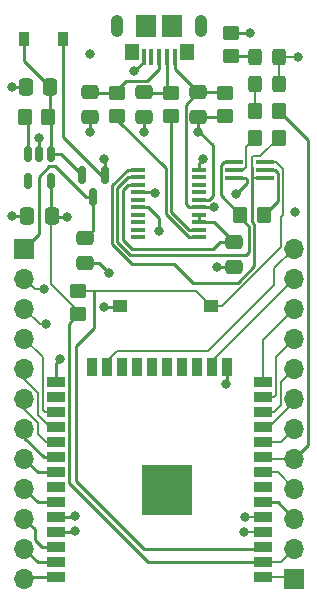
<source format=gtl>
G04 #@! TF.GenerationSoftware,KiCad,Pcbnew,(6.0.10)*
G04 #@! TF.CreationDate,2023-06-12T15:34:30-04:00*
G04 #@! TF.ProjectId,esp32_dev_board,65737033-325f-4646-9576-5f626f617264,rev?*
G04 #@! TF.SameCoordinates,Original*
G04 #@! TF.FileFunction,Copper,L1,Top*
G04 #@! TF.FilePolarity,Positive*
%FSLAX46Y46*%
G04 Gerber Fmt 4.6, Leading zero omitted, Abs format (unit mm)*
G04 Created by KiCad (PCBNEW (6.0.10)) date 2023-06-12 15:34:30*
%MOMM*%
%LPD*%
G01*
G04 APERTURE LIST*
G04 Aperture macros list*
%AMRoundRect*
0 Rectangle with rounded corners*
0 $1 Rounding radius*
0 $2 $3 $4 $5 $6 $7 $8 $9 X,Y pos of 4 corners*
0 Add a 4 corners polygon primitive as box body*
4,1,4,$2,$3,$4,$5,$6,$7,$8,$9,$2,$3,0*
0 Add four circle primitives for the rounded corners*
1,1,$1+$1,$2,$3*
1,1,$1+$1,$4,$5*
1,1,$1+$1,$6,$7*
1,1,$1+$1,$8,$9*
0 Add four rect primitives between the rounded corners*
20,1,$1+$1,$2,$3,$4,$5,0*
20,1,$1+$1,$4,$5,$6,$7,0*
20,1,$1+$1,$6,$7,$8,$9,0*
20,1,$1+$1,$8,$9,$2,$3,0*%
G04 Aperture macros list end*
G04 #@! TA.AperFunction,SMDPad,CuDef*
%ADD10RoundRect,0.250000X-0.475000X0.337500X-0.475000X-0.337500X0.475000X-0.337500X0.475000X0.337500X0*%
G04 #@! TD*
G04 #@! TA.AperFunction,SMDPad,CuDef*
%ADD11RoundRect,0.250000X0.325000X0.450000X-0.325000X0.450000X-0.325000X-0.450000X0.325000X-0.450000X0*%
G04 #@! TD*
G04 #@! TA.AperFunction,ComponentPad*
%ADD12R,1.700000X1.700000*%
G04 #@! TD*
G04 #@! TA.AperFunction,ComponentPad*
%ADD13O,1.700000X1.700000*%
G04 #@! TD*
G04 #@! TA.AperFunction,SMDPad,CuDef*
%ADD14RoundRect,0.250000X0.450000X-0.350000X0.450000X0.350000X-0.450000X0.350000X-0.450000X-0.350000X0*%
G04 #@! TD*
G04 #@! TA.AperFunction,SMDPad,CuDef*
%ADD15R,1.500000X0.900000*%
G04 #@! TD*
G04 #@! TA.AperFunction,SMDPad,CuDef*
%ADD16R,0.900000X1.500000*%
G04 #@! TD*
G04 #@! TA.AperFunction,SMDPad,CuDef*
%ADD17R,1.050000X1.050000*%
G04 #@! TD*
G04 #@! TA.AperFunction,SMDPad,CuDef*
%ADD18R,4.200000X4.200000*%
G04 #@! TD*
G04 #@! TA.AperFunction,SMDPad,CuDef*
%ADD19R,1.500000X0.400000*%
G04 #@! TD*
G04 #@! TA.AperFunction,SMDPad,CuDef*
%ADD20RoundRect,0.250000X-0.350000X-0.450000X0.350000X-0.450000X0.350000X0.450000X-0.350000X0.450000X0*%
G04 #@! TD*
G04 #@! TA.AperFunction,SMDPad,CuDef*
%ADD21RoundRect,0.250000X0.350000X0.450000X-0.350000X0.450000X-0.350000X-0.450000X0.350000X-0.450000X0*%
G04 #@! TD*
G04 #@! TA.AperFunction,SMDPad,CuDef*
%ADD22RoundRect,0.150000X-0.150000X0.512500X-0.150000X-0.512500X0.150000X-0.512500X0.150000X0.512500X0*%
G04 #@! TD*
G04 #@! TA.AperFunction,SMDPad,CuDef*
%ADD23RoundRect,0.250000X0.337500X0.475000X-0.337500X0.475000X-0.337500X-0.475000X0.337500X-0.475000X0*%
G04 #@! TD*
G04 #@! TA.AperFunction,SMDPad,CuDef*
%ADD24R,0.400000X1.400000*%
G04 #@! TD*
G04 #@! TA.AperFunction,SMDPad,CuDef*
%ADD25R,1.750000X1.900000*%
G04 #@! TD*
G04 #@! TA.AperFunction,ComponentPad*
%ADD26O,1.050000X1.900000*%
G04 #@! TD*
G04 #@! TA.AperFunction,SMDPad,CuDef*
%ADD27R,1.150000X1.450000*%
G04 #@! TD*
G04 #@! TA.AperFunction,SMDPad,CuDef*
%ADD28RoundRect,0.150000X-0.150000X0.587500X-0.150000X-0.587500X0.150000X-0.587500X0.150000X0.587500X0*%
G04 #@! TD*
G04 #@! TA.AperFunction,SMDPad,CuDef*
%ADD29R,0.900000X1.200000*%
G04 #@! TD*
G04 #@! TA.AperFunction,SMDPad,CuDef*
%ADD30RoundRect,0.250000X-0.450000X0.350000X-0.450000X-0.350000X0.450000X-0.350000X0.450000X0.350000X0*%
G04 #@! TD*
G04 #@! TA.AperFunction,SMDPad,CuDef*
%ADD31R,1.200000X0.400000*%
G04 #@! TD*
G04 #@! TA.AperFunction,SMDPad,CuDef*
%ADD32R,1.250000X1.000000*%
G04 #@! TD*
G04 #@! TA.AperFunction,ViaPad*
%ADD33C,0.800000*%
G04 #@! TD*
G04 #@! TA.AperFunction,Conductor*
%ADD34C,0.250000*%
G04 #@! TD*
G04 #@! TA.AperFunction,Conductor*
%ADD35C,0.203200*%
G04 #@! TD*
G04 APERTURE END LIST*
D10*
X172208000Y-95990500D03*
X172208000Y-98065500D03*
D11*
X179070000Y-92964000D03*
X177020000Y-92964000D03*
D12*
X157480000Y-109220000D03*
D13*
X157480000Y-111760000D03*
X157480000Y-114300000D03*
X157480000Y-116840000D03*
X157480000Y-119380000D03*
X157480000Y-121920000D03*
X157480000Y-124460000D03*
X157480000Y-127000000D03*
X157480000Y-129540000D03*
X157480000Y-132080000D03*
X157480000Y-134620000D03*
X157480000Y-137160000D03*
D10*
X175260000Y-108690500D03*
X175260000Y-110765500D03*
X163068000Y-95990500D03*
X163068000Y-98065500D03*
X167640000Y-95990500D03*
X167640000Y-98065500D03*
D14*
X169926000Y-98028000D03*
X169926000Y-96028000D03*
X175006000Y-92948000D03*
X175006000Y-90948000D03*
D10*
X162660000Y-108352500D03*
X162660000Y-110427500D03*
D15*
X177660000Y-137013800D03*
X177660000Y-135743800D03*
X177660000Y-134473800D03*
X177660000Y-133203800D03*
X177660000Y-131933800D03*
X177660000Y-130663800D03*
X177660000Y-129393800D03*
X177660000Y-128123800D03*
X177660000Y-126853800D03*
X177660000Y-125583800D03*
X177660000Y-124313800D03*
X177660000Y-123043800D03*
X177660000Y-121773800D03*
X177660000Y-120503800D03*
D16*
X174620000Y-119253800D03*
X173350000Y-119253800D03*
X172080000Y-119253800D03*
X170810000Y-119253800D03*
X169540000Y-119253800D03*
X168270000Y-119253800D03*
X167000000Y-119253800D03*
X165730000Y-119253800D03*
X164460000Y-119253800D03*
X163190000Y-119253800D03*
D15*
X160160000Y-120503800D03*
X160160000Y-121773800D03*
X160160000Y-123043800D03*
X160160000Y-124313800D03*
X160160000Y-125583800D03*
X160160000Y-126853800D03*
X160160000Y-128123800D03*
X160160000Y-129393800D03*
X160160000Y-130663800D03*
X160160000Y-131933800D03*
X160160000Y-133203800D03*
X160160000Y-134473800D03*
X160160000Y-135743800D03*
X160160000Y-137013800D03*
D17*
X169590000Y-128148800D03*
X168065000Y-129673800D03*
X171115000Y-128148800D03*
X171115000Y-131198800D03*
X171115000Y-129673800D03*
D18*
X169590000Y-129673800D03*
D17*
X168065000Y-128148800D03*
X168065000Y-131198800D03*
X169590000Y-129673800D03*
X169590000Y-131198800D03*
D19*
X175200000Y-101913413D03*
X175200000Y-102563413D03*
X175200000Y-103213413D03*
X177860000Y-103213413D03*
X177860000Y-102563413D03*
X177860000Y-101913413D03*
D20*
X157512000Y-98044000D03*
X159512000Y-98044000D03*
D14*
X165354000Y-98028000D03*
X165354000Y-96028000D03*
D20*
X177054000Y-97536000D03*
X179054000Y-97536000D03*
D14*
X162052000Y-114792000D03*
X162052000Y-112792000D03*
D21*
X179054000Y-99822000D03*
X177054000Y-99822000D03*
D22*
X159700000Y-101224500D03*
X158750000Y-101224500D03*
X157800000Y-101224500D03*
X157800000Y-103499500D03*
X159700000Y-103499500D03*
D23*
X159660500Y-95580200D03*
X157585500Y-95580200D03*
D24*
X170200000Y-93000000D03*
X169550000Y-93000000D03*
X168900000Y-93000000D03*
X168250000Y-93000000D03*
X167600000Y-93000000D03*
D25*
X170025000Y-90350000D03*
X167775000Y-90350000D03*
D26*
X172475000Y-90350000D03*
X165325000Y-90350000D03*
D27*
X171220000Y-92580000D03*
X166580000Y-92580000D03*
D28*
X164272000Y-102999300D03*
X162372000Y-102999300D03*
X163322000Y-104874300D03*
D29*
X157430200Y-91490800D03*
X160730200Y-91490800D03*
D12*
X180340000Y-137160000D03*
D13*
X180340000Y-134620000D03*
X180340000Y-132080000D03*
X180340000Y-129540000D03*
X180340000Y-127000000D03*
X180340000Y-124460000D03*
X180340000Y-121920000D03*
X180340000Y-119380000D03*
X180340000Y-116840000D03*
X180340000Y-114300000D03*
X180340000Y-111760000D03*
X180340000Y-109220000D03*
D23*
X159787500Y-106426000D03*
X157712500Y-106426000D03*
D11*
X179079000Y-95250000D03*
X177029000Y-95250000D03*
D20*
X175784000Y-106373413D03*
X177784000Y-106373413D03*
D30*
X174498000Y-96028000D03*
X174498000Y-98028000D03*
D31*
X167072000Y-102552500D03*
X167072000Y-103187500D03*
X167072000Y-103822500D03*
X167072000Y-104457500D03*
X167072000Y-105092500D03*
X167072000Y-105727500D03*
X167072000Y-106362500D03*
X167072000Y-106997500D03*
X167072000Y-107632500D03*
X167072000Y-108267500D03*
X172272000Y-108267500D03*
X172272000Y-107632500D03*
X172272000Y-106997500D03*
X172272000Y-106362500D03*
X172272000Y-105727500D03*
X172272000Y-105092500D03*
X172272000Y-104457500D03*
X172272000Y-103822500D03*
X172272000Y-103187500D03*
X172272000Y-102552500D03*
D32*
X165543000Y-114046000D03*
X173293000Y-114046000D03*
D33*
X168070000Y-130430000D03*
X158750000Y-99822000D03*
X173812200Y-110769400D03*
X168080000Y-128910000D03*
X168830000Y-128160000D03*
X164690000Y-111290000D03*
X163068000Y-99314000D03*
X164211000Y-114147600D03*
X180390800Y-106121200D03*
X180619400Y-92989400D03*
X166800000Y-94200000D03*
X163068000Y-92760800D03*
X174599600Y-120700800D03*
X170360000Y-131200000D03*
X168830000Y-131200000D03*
X169580000Y-130440000D03*
X156464000Y-106426000D03*
X171043600Y-128879600D03*
X170360000Y-128140000D03*
X170350000Y-129670000D03*
X172212000Y-99314000D03*
X169590000Y-128910000D03*
X156464000Y-95504000D03*
X167640000Y-99314000D03*
X171110000Y-130430000D03*
X168830000Y-129670000D03*
X168859200Y-107696000D03*
X176606200Y-90957400D03*
X161137600Y-106578400D03*
X164261800Y-101650800D03*
X173532800Y-105714800D03*
X159181800Y-112649000D03*
X176174400Y-131927600D03*
X159359600Y-115595400D03*
X176098200Y-133197600D03*
X175412400Y-104622600D03*
X160467100Y-118567200D03*
X172650000Y-101600000D03*
X161772600Y-131902200D03*
X161772600Y-133146800D03*
X168525000Y-104550000D03*
D34*
X160597200Y-101224500D02*
X162372000Y-102999300D01*
X159700000Y-98232000D02*
X159700000Y-101224500D01*
X159660500Y-95580200D02*
X159660500Y-97895500D01*
X159660500Y-97895500D02*
X159512000Y-98044000D01*
X159512000Y-98044000D02*
X159700000Y-98232000D01*
X159700000Y-101224500D02*
X160597200Y-101224500D01*
X157430200Y-91490800D02*
X157430200Y-93349900D01*
X157430200Y-93349900D02*
X159660500Y-95580200D01*
X172272000Y-105092500D02*
X173122000Y-105092500D01*
X156540200Y-95580200D02*
X156464000Y-95504000D01*
X172208000Y-99310000D02*
X172212000Y-99314000D01*
X167922000Y-105727500D02*
X168859200Y-106664700D01*
X167072000Y-105727500D02*
X167922000Y-105727500D01*
D35*
X179095400Y-92989400D02*
X179070000Y-92964000D01*
D34*
X164211000Y-114147600D02*
X165441400Y-114147600D01*
X157712500Y-106426000D02*
X156464000Y-106426000D01*
X166800000Y-94200000D02*
X167600000Y-93400000D01*
X165441400Y-114147600D02*
X165543000Y-114046000D01*
X163068000Y-98065500D02*
X163068000Y-99314000D01*
D35*
X180619400Y-92989400D02*
X179095400Y-92989400D01*
D34*
X168859200Y-106664700D02*
X168859200Y-107696000D01*
X172313600Y-99314000D02*
X172212000Y-99314000D01*
X158750000Y-101224500D02*
X158750000Y-99822000D01*
X172208000Y-98065500D02*
X172208000Y-99310000D01*
X167600000Y-93400000D02*
X167600000Y-93000000D01*
X162660000Y-110427500D02*
X163827500Y-110427500D01*
D35*
X179079000Y-95250000D02*
X179079000Y-92973000D01*
D34*
X173431200Y-100431600D02*
X172313600Y-99314000D01*
X174620000Y-120680400D02*
X174599600Y-120700800D01*
X174460500Y-98065500D02*
X174498000Y-98028000D01*
X157626200Y-137013800D02*
X157480000Y-137160000D01*
X157585500Y-95580200D02*
X156540200Y-95580200D01*
D35*
X177660000Y-137013800D02*
X180193800Y-137013800D01*
D34*
X160160000Y-137013800D02*
X157626200Y-137013800D01*
X172208000Y-98065500D02*
X174460500Y-98065500D01*
D35*
X180193800Y-137013800D02*
X180340000Y-137160000D01*
D34*
X175256100Y-110769400D02*
X175260000Y-110765500D01*
X173122000Y-105092500D02*
X173431200Y-104783300D01*
X163827500Y-110427500D02*
X164690000Y-111290000D01*
X173812200Y-110769400D02*
X175256100Y-110769400D01*
X174620000Y-119253800D02*
X174620000Y-120680400D01*
X173431200Y-104783300D02*
X173431200Y-100431600D01*
D35*
X179079000Y-92973000D02*
X179070000Y-92964000D01*
D34*
X167640000Y-98065500D02*
X167640000Y-99314000D01*
D35*
X177660000Y-135743800D02*
X179216200Y-135743800D01*
D34*
X159939900Y-106578400D02*
X159787500Y-106426000D01*
X159700000Y-103499500D02*
X159700000Y-106338500D01*
D35*
X159766000Y-112240987D02*
X162052000Y-114526987D01*
X162052000Y-114526987D02*
X162052000Y-114792000D01*
X159766000Y-106447500D02*
X159766000Y-112240987D01*
D34*
X162052000Y-114792000D02*
X161264600Y-115579400D01*
X159700000Y-106338500D02*
X159787500Y-106426000D01*
X167951000Y-135743800D02*
X177660000Y-135743800D01*
X176596800Y-90948000D02*
X176606200Y-90957400D01*
D35*
X179216200Y-135743800D02*
X180340000Y-134620000D01*
D34*
X161264600Y-129057400D02*
X167951000Y-135743800D01*
X161137600Y-106578400D02*
X159939900Y-106578400D01*
D35*
X159787500Y-106426000D02*
X159766000Y-106447500D01*
D34*
X175006000Y-90948000D02*
X176596800Y-90948000D01*
X161264600Y-115579400D02*
X161264600Y-129057400D01*
X173520100Y-105727500D02*
X173532800Y-105714800D01*
X164272000Y-102999300D02*
X163959300Y-102999300D01*
X163959300Y-102999300D02*
X160730200Y-99770200D01*
X174460500Y-95990500D02*
X174498000Y-96028000D01*
X164272000Y-102999300D02*
X164272000Y-101661000D01*
X160730200Y-99770200D02*
X160730200Y-91490800D01*
X164272000Y-101661000D02*
X164261800Y-101650800D01*
X171422000Y-105727500D02*
X171158000Y-105463500D01*
X171158000Y-105463500D02*
X171158000Y-97040500D01*
X172272000Y-105727500D02*
X173520100Y-105727500D01*
X171158000Y-97040500D02*
X172208000Y-95990500D01*
X172208000Y-95990500D02*
X174460500Y-95990500D01*
X170200000Y-93982500D02*
X170200000Y-93000000D01*
X172208000Y-95990500D02*
X170200000Y-93982500D01*
X172272000Y-105727500D02*
X171422000Y-105727500D01*
X169926000Y-96028000D02*
X167677500Y-96028000D01*
X167677500Y-96028000D02*
X167640000Y-95990500D01*
X169550000Y-95652000D02*
X169926000Y-96028000D01*
X169550000Y-93000000D02*
X169550000Y-95652000D01*
X168900000Y-93000000D02*
X168900000Y-93990000D01*
X165354000Y-96028000D02*
X163105500Y-96028000D01*
X166116000Y-94996000D02*
X165354000Y-95758000D01*
X168900000Y-93990000D02*
X167894000Y-94996000D01*
X167894000Y-94996000D02*
X166116000Y-94996000D01*
X165354000Y-95758000D02*
X165354000Y-96028000D01*
X163105500Y-96028000D02*
X163068000Y-95990500D01*
X172272000Y-106997500D02*
X173567000Y-106997500D01*
X166257000Y-103822500D02*
X167072000Y-103822500D01*
X165862000Y-104217500D02*
X166257000Y-103822500D01*
X174011500Y-108690500D02*
X173482000Y-109220000D01*
X165862000Y-108507500D02*
X165862000Y-104217500D01*
X173567000Y-106997500D02*
X175260000Y-108690500D01*
X175260000Y-108690500D02*
X174011500Y-108690500D01*
X172272000Y-106362500D02*
X172272000Y-106997500D01*
X173482000Y-109220000D02*
X166574500Y-109220000D01*
X166574500Y-109220000D02*
X165862000Y-108507500D01*
X175006000Y-92948000D02*
X177004000Y-92948000D01*
X177004000Y-92948000D02*
X177020000Y-92964000D01*
D35*
X177029000Y-95250000D02*
X177029000Y-97511000D01*
X177029000Y-97511000D02*
X177054000Y-97536000D01*
D34*
X158699200Y-103166049D02*
X158699200Y-108000800D01*
X159604849Y-102260400D02*
X158699200Y-103166049D01*
X160095151Y-102260400D02*
X159604849Y-102260400D01*
X163322000Y-104874300D02*
X162709051Y-104874300D01*
X158699200Y-108000800D02*
X157480000Y-109220000D01*
X163322000Y-107690500D02*
X162660000Y-108352500D01*
X162709051Y-104874300D02*
X160095151Y-102260400D01*
X163322000Y-104874300D02*
X163322000Y-107690500D01*
D35*
X177660000Y-124313800D02*
X178174800Y-124313800D01*
X178174800Y-124313800D02*
X179857400Y-122631200D01*
X180340000Y-124460000D02*
X179216200Y-125583800D01*
X179216200Y-125583800D02*
X177660000Y-125583800D01*
D34*
X160160000Y-126853800D02*
X159111800Y-126853800D01*
X157480000Y-125222000D02*
X157480000Y-124460000D01*
X159111800Y-126853800D02*
X157480000Y-125222000D01*
X160160000Y-128123800D02*
X158603800Y-128123800D01*
X158603800Y-128123800D02*
X157480000Y-127000000D01*
D35*
X159278391Y-125583800D02*
X160160000Y-125583800D01*
X158631600Y-123982991D02*
X157480000Y-122831391D01*
X158631600Y-124937009D02*
X158631600Y-123982991D01*
X158631600Y-124937009D02*
X159278391Y-125583800D01*
X157480000Y-122831391D02*
X157480000Y-121920000D01*
D34*
X158379701Y-132979701D02*
X157480000Y-132080000D01*
X158379701Y-133858000D02*
X158379701Y-132979701D01*
X160160000Y-134473800D02*
X158995501Y-134473800D01*
X158995501Y-134473800D02*
X158379701Y-133858000D01*
X157480000Y-134620000D02*
X158603800Y-135743800D01*
X158603800Y-135743800D02*
X160160000Y-135743800D01*
D35*
X159034800Y-122871800D02*
X159034800Y-118394800D01*
X159034800Y-118394800D02*
X157480000Y-116840000D01*
X160160000Y-123043800D02*
X159206800Y-123043800D01*
X159206800Y-123043800D02*
X159034800Y-122871800D01*
X160160000Y-124313800D02*
X159626800Y-124313800D01*
X157480000Y-120291391D02*
X157480000Y-119380000D01*
X158631600Y-123318600D02*
X158631600Y-121442991D01*
X159626800Y-124313800D02*
X158631600Y-123318600D01*
X158631600Y-121442991D02*
X157480000Y-120291391D01*
X164460000Y-118720600D02*
X165299200Y-117881400D01*
X178663600Y-110896400D02*
X180340000Y-109220000D01*
X165299200Y-117881400D02*
X173050200Y-117881400D01*
X173050200Y-117881400D02*
X178663600Y-112268000D01*
X178663600Y-112268000D02*
X178663600Y-110896400D01*
X164460000Y-119253800D02*
X164460000Y-118720600D01*
X178613200Y-121773800D02*
X178785200Y-121601800D01*
X178785200Y-121601800D02*
X178785200Y-118394800D01*
X177660000Y-121773800D02*
X178613200Y-121773800D01*
X178785200Y-118394800D02*
X180340000Y-116840000D01*
X173350000Y-118750000D02*
X180340000Y-111760000D01*
X173350000Y-119253800D02*
X173350000Y-118750000D01*
X177660000Y-116980000D02*
X180340000Y-114300000D01*
X177660000Y-120503800D02*
X177660000Y-116980000D01*
D34*
X160160000Y-130663800D02*
X158603800Y-130663800D01*
X158603800Y-130663800D02*
X157480000Y-129540000D01*
D35*
X179188400Y-122468600D02*
X179188400Y-120531600D01*
X178613200Y-123043800D02*
X179188400Y-122468600D01*
X177660000Y-123043800D02*
X178613200Y-123043800D01*
X179188400Y-120531600D02*
X180340000Y-119380000D01*
X180340000Y-129540000D02*
X178923800Y-128123800D01*
X178923800Y-128123800D02*
X177660000Y-128123800D01*
X180340000Y-127000000D02*
X177806200Y-127000000D01*
D34*
X179054000Y-97536000D02*
X181515000Y-99997000D01*
X181515000Y-99997000D02*
X181515000Y-125825000D01*
D35*
X177806200Y-127000000D02*
X177660000Y-126853800D01*
D34*
X181515000Y-125825000D02*
X180340000Y-127000000D01*
D35*
X159181800Y-112649000D02*
X158369000Y-112649000D01*
X176180600Y-131933800D02*
X176174400Y-131927600D01*
X158369000Y-112649000D02*
X157480000Y-111760000D01*
X177660000Y-131933800D02*
X176180600Y-131933800D01*
X158775400Y-115595400D02*
X159359600Y-115595400D01*
X157480000Y-114300000D02*
X158775400Y-115595400D01*
X177660000Y-133203800D02*
X176104400Y-133203800D01*
X176104400Y-133203800D02*
X176098200Y-133197600D01*
D34*
X180340000Y-132080000D02*
X178923800Y-130663800D01*
X178923800Y-130663800D02*
X177660000Y-130663800D01*
X174125000Y-102174413D02*
X174386000Y-101913413D01*
X165354000Y-104055500D02*
X165354000Y-108635896D01*
X174125000Y-104714413D02*
X174125000Y-102174413D01*
X166222000Y-103187500D02*
X165354000Y-104055500D01*
X165354000Y-108635896D02*
X166446104Y-109728000D01*
X176276000Y-109728000D02*
X176479200Y-109524800D01*
X175784000Y-106645200D02*
X175784000Y-106373413D01*
X166446104Y-109728000D02*
X176276000Y-109728000D01*
X175784000Y-106373413D02*
X174125000Y-104714413D01*
X167072000Y-103187500D02*
X166222000Y-103187500D01*
X174386000Y-101913413D02*
X175200000Y-101913413D01*
X176479200Y-107340400D02*
X175784000Y-106645200D01*
X176479200Y-109524800D02*
X176479200Y-107340400D01*
D35*
X176018000Y-102563413D02*
X175200000Y-102563413D01*
X176251600Y-100624400D02*
X176251600Y-102329813D01*
X177054000Y-99822000D02*
X176251600Y-100624400D01*
X176251600Y-102329813D02*
X176018000Y-102563413D01*
D34*
X176334000Y-103347413D02*
X176334000Y-103701000D01*
X176334000Y-103701000D02*
X175412400Y-104622600D01*
X176200000Y-103213413D02*
X176334000Y-103347413D01*
X175200000Y-103213413D02*
X176200000Y-103213413D01*
X160160000Y-118874300D02*
X160160000Y-120503800D01*
X160467100Y-118567200D02*
X160160000Y-118874300D01*
X164904000Y-108822292D02*
X164904000Y-103869104D01*
D35*
X176808400Y-101411813D02*
X176784000Y-101436213D01*
X176784000Y-103090613D02*
X176784000Y-102309413D01*
D34*
X166220604Y-102552500D02*
X167072000Y-102552500D01*
X176929200Y-107131786D02*
X176929200Y-110721974D01*
X176929200Y-110721974D02*
X175535574Y-112115600D01*
D35*
X177464187Y-101411813D02*
X176808400Y-101411813D01*
D34*
X164904000Y-103869104D02*
X166220604Y-102552500D01*
D35*
X176784000Y-101436213D02*
X176784000Y-102309413D01*
D34*
X166571708Y-110490000D02*
X164904000Y-108822292D01*
D35*
X176906800Y-103213413D02*
X176784000Y-103090613D01*
D34*
X170129200Y-110490000D02*
X166571708Y-110490000D01*
D35*
X177860000Y-103213413D02*
X176906800Y-103213413D01*
X179054000Y-99822000D02*
X177464187Y-101411813D01*
D34*
X176784000Y-106986586D02*
X176929200Y-107131786D01*
X171754800Y-112115600D02*
X170129200Y-110490000D01*
X176784000Y-102309413D02*
X176784000Y-106986586D01*
X175535574Y-112115600D02*
X171754800Y-112115600D01*
X178935000Y-102811413D02*
X178687000Y-102563413D01*
X178687000Y-102563413D02*
X177860000Y-102563413D01*
X178935000Y-105222413D02*
X178935000Y-102811413D01*
X177784000Y-106373413D02*
X178935000Y-105222413D01*
D35*
X179361600Y-102461813D02*
X179361600Y-105141013D01*
X174208477Y-114046000D02*
X173293000Y-114046000D01*
X179361601Y-106375892D02*
X179188400Y-106549093D01*
X178813200Y-101913413D02*
X179361600Y-102461813D01*
D34*
X163388800Y-115909600D02*
X163388800Y-112792000D01*
D35*
X173293000Y-114046000D02*
X172039000Y-112792000D01*
D34*
X161823400Y-128930400D02*
X161823400Y-117475000D01*
D35*
X179361600Y-105065813D02*
X179361601Y-106375892D01*
X179188400Y-106549093D02*
X179188400Y-109066077D01*
X179188400Y-109066077D02*
X174208477Y-114046000D01*
X172039000Y-112792000D02*
X162052000Y-112792000D01*
X177860000Y-101913413D02*
X178813200Y-101913413D01*
D34*
X177660000Y-134473800D02*
X177437600Y-134696200D01*
X167589200Y-134696200D02*
X161823400Y-128930400D01*
X161823400Y-117475000D02*
X163388800Y-115909600D01*
X177437600Y-134696200D02*
X167589200Y-134696200D01*
X157800000Y-101224500D02*
X157800000Y-98332000D01*
X157800000Y-98332000D02*
X157512000Y-98044000D01*
X171422000Y-107632500D02*
X169926000Y-106136500D01*
X172272000Y-107632500D02*
X171422000Y-107632500D01*
X169926000Y-106136500D02*
X169926000Y-98028000D01*
X169476000Y-102420000D02*
X165354000Y-98298000D01*
X172272000Y-108267500D02*
X171420604Y-108267500D01*
X169476000Y-106322896D02*
X169476000Y-102420000D01*
X171420604Y-108267500D02*
X169476000Y-106322896D01*
X165354000Y-98298000D02*
X165354000Y-98028000D01*
X160160000Y-131933800D02*
X161741000Y-131933800D01*
X172272000Y-101978000D02*
X172650000Y-101600000D01*
X161741000Y-131933800D02*
X161772600Y-131902200D01*
X172272000Y-102552500D02*
X172272000Y-101978000D01*
X160160000Y-133203800D02*
X161715600Y-133203800D01*
X167072000Y-104457500D02*
X168432500Y-104457500D01*
X168432500Y-104457500D02*
X168525000Y-104550000D01*
X161715600Y-133203800D02*
X161772600Y-133146800D01*
M02*

</source>
